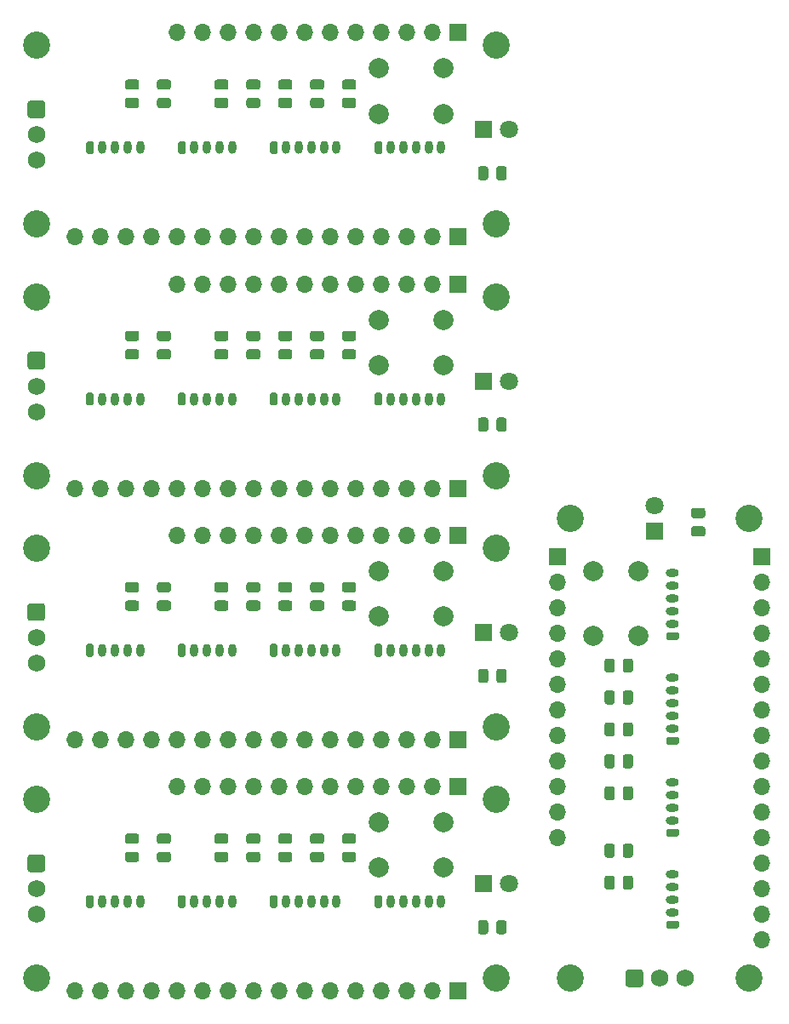
<source format=gts>
%MOIN*%
%OFA0B0*%
%FSLAX46Y46*%
%IPPOS*%
%LPD*%
%ADD10C,0.068503937007874022*%
%ADD11R,0.066929133858267723X0.066929133858267723*%
%ADD12O,0.066929133858267723X0.066929133858267723*%
%ADD13O,0.031496062992125991X0.051181102362204731*%
%ADD14C,0.10629921259842522*%
%ADD15R,0.070866141732283464X0.070866141732283464*%
%ADD16C,0.070866141732283464*%
%ADD17C,0.07874015748031496*%
%ADD28C,0.068503937007874022*%
%ADD29R,0.066929133858267723X0.066929133858267723*%
%ADD30O,0.066929133858267723X0.066929133858267723*%
%ADD31O,0.051181102362204731X0.031496062992125991*%
%ADD32C,0.10629921259842522*%
%ADD33R,0.070866141732283464X0.070866141732283464*%
%ADD34C,0.070866141732283464*%
%ADD35C,0.07874015748031496*%
%ADD36C,0.068503937007874022*%
%ADD37R,0.066929133858267723X0.066929133858267723*%
%ADD38O,0.066929133858267723X0.066929133858267723*%
%ADD39O,0.031496062992125991X0.051181102362204731*%
%ADD40C,0.10629921259842522*%
%ADD41R,0.070866141732283464X0.070866141732283464*%
%ADD42C,0.070866141732283464*%
%ADD43C,0.07874015748031496*%
%ADD44C,0.068503937007874022*%
%ADD45R,0.066929133858267723X0.066929133858267723*%
%ADD46O,0.066929133858267723X0.066929133858267723*%
%ADD47O,0.031496062992125991X0.051181102362204731*%
%ADD48C,0.10629921259842522*%
%ADD49R,0.070866141732283464X0.070866141732283464*%
%ADD50C,0.070866141732283464*%
%ADD51C,0.07874015748031496*%
%ADD52C,0.068503937007874022*%
%ADD53R,0.066929133858267723X0.066929133858267723*%
%ADD54O,0.066929133858267723X0.066929133858267723*%
%ADD55O,0.031496062992125991X0.051181102362204731*%
%ADD56C,0.10629921259842522*%
%ADD57R,0.070866141732283464X0.070866141732283464*%
%ADD58C,0.070866141732283464*%
%ADD59C,0.07874015748031496*%
G01*
D10*
X-0001000000Y0001900000D02*
X0000100000Y0000350000D03*
X0000100000Y0000450000D03*
G36*
G01*
X0000075590Y0000584251D02*
X0000124409Y0000584251D01*
G75*
G02*
X0000134251Y0000574409J-0000009842D01*
G01*
X0000134251Y0000525590D01*
G75*
G02*
X0000124409Y0000515748I-0000009842D01*
G01*
X0000075590Y0000515748D01*
G75*
G02*
X0000065748Y0000525590J0000009842D01*
G01*
X0000065748Y0000574409D01*
G75*
G02*
X0000075590Y0000584251I0000009842D01*
G01*
G37*
D11*
X0001749999Y0000849999D03*
D12*
X0001650000Y0000849999D03*
X0001550000Y0000849999D03*
X0001450000Y0000849999D03*
X0001350000Y0000849999D03*
X0001250000Y0000849999D03*
X0001150000Y0000849999D03*
X0001050000Y0000849999D03*
X0000950000Y0000849999D03*
X0000850000Y0000849999D03*
X0000750000Y0000849999D03*
X0000649999Y0000849999D03*
G36*
G01*
X0000617716Y0000554822D02*
X0000582283Y0000554822D01*
G75*
G02*
X0000572440Y0000564665J0000009842D01*
G01*
X0000572440Y0000585334D01*
G75*
G02*
X0000582283Y0000595177I0000009842D01*
G01*
X0000617716Y0000595177D01*
G75*
G02*
X0000627559Y0000585334J-0000009842D01*
G01*
X0000627559Y0000564665D01*
G75*
G02*
X0000617716Y0000554822I-0000009842D01*
G01*
G37*
G36*
G01*
X0000617716Y0000626673D02*
X0000582283Y0000626673D01*
G75*
G02*
X0000572440Y0000636515J0000009842D01*
G01*
X0000572440Y0000657185D01*
G75*
G02*
X0000582283Y0000667027I0000009842D01*
G01*
X0000617716Y0000667027D01*
G75*
G02*
X0000627559Y0000657185J-0000009842D01*
G01*
X0000627559Y0000636515D01*
G75*
G02*
X0000617716Y0000626673I-0000009842D01*
G01*
G37*
D13*
X0000866850Y0000399999D03*
X0000817637Y0000399999D03*
X0000768425Y0000399999D03*
X0000719212Y0000399999D03*
G36*
G01*
X0000654251Y0000382283D02*
X0000654251Y0000417716D01*
G75*
G02*
X0000662125Y0000425590I0000007874D01*
G01*
X0000677874Y0000425590D01*
G75*
G02*
X0000685748Y0000417716J-0000007874D01*
G01*
X0000685748Y0000382283D01*
G75*
G02*
X0000677874Y0000374409I-0000007874D01*
G01*
X0000662125Y0000374409D01*
G75*
G02*
X0000654251Y0000382283J0000007874D01*
G01*
G37*
D14*
X0001900000Y0000799999D03*
X0001900000Y0000099999D03*
X0000100000Y0000099999D03*
X0000100000Y0000799999D03*
D11*
X0001749999Y0000049999D03*
D12*
X0001650000Y0000049999D03*
X0001550000Y0000049999D03*
X0001450000Y0000049999D03*
X0001350000Y0000049999D03*
X0001250000Y0000049999D03*
X0001150000Y0000049999D03*
X0001050000Y0000049999D03*
X0000950000Y0000049999D03*
X0000850000Y0000049999D03*
X0000750000Y0000049999D03*
X0000649999Y0000049999D03*
X0000549999Y0000049999D03*
X0000450000Y0000049999D03*
X0000350000Y0000049999D03*
X0000250000Y0000049999D03*
D15*
X0001850000Y0000469999D03*
D16*
X0001950000Y0000469999D03*
G36*
G01*
X0000492716Y0000626673D02*
X0000457283Y0000626673D01*
G75*
G02*
X0000447440Y0000636515J0000009842D01*
G01*
X0000447440Y0000657185D01*
G75*
G02*
X0000457283Y0000667027I0000009842D01*
G01*
X0000492716Y0000667027D01*
G75*
G02*
X0000502559Y0000657185J-0000009842D01*
G01*
X0000502559Y0000636515D01*
G75*
G02*
X0000492716Y0000626673I-0000009842D01*
G01*
G37*
G36*
G01*
X0000492716Y0000554822D02*
X0000457283Y0000554822D01*
G75*
G02*
X0000447440Y0000564665J0000009842D01*
G01*
X0000447440Y0000585334D01*
G75*
G02*
X0000457283Y0000595177I0000009842D01*
G01*
X0000492716Y0000595177D01*
G75*
G02*
X0000502559Y0000585334J-0000009842D01*
G01*
X0000502559Y0000564665D01*
G75*
G02*
X0000492716Y0000554822I-0000009842D01*
G01*
G37*
G36*
G01*
X0001942027Y0000317716D02*
X0001942027Y0000282283D01*
G75*
G02*
X0001932185Y0000272440I-0000009842D01*
G01*
X0001911515Y0000272440D01*
G75*
G02*
X0001901673Y0000282283J0000009842D01*
G01*
X0001901673Y0000317716D01*
G75*
G02*
X0001911515Y0000327559I0000009842D01*
G01*
X0001932185Y0000327559D01*
G75*
G02*
X0001942027Y0000317716J-0000009842D01*
G01*
G37*
G36*
G01*
X0001870177Y0000317716D02*
X0001870177Y0000282283D01*
G75*
G02*
X0001860334Y0000272440I-0000009842D01*
G01*
X0001839665Y0000272440D01*
G75*
G02*
X0001829822Y0000282283J0000009842D01*
G01*
X0001829822Y0000317716D01*
G75*
G02*
X0001839665Y0000327559I0000009842D01*
G01*
X0001860334Y0000327559D01*
G75*
G02*
X0001870177Y0000317716J-0000009842D01*
G01*
G37*
G36*
G01*
X0001092716Y0000554822D02*
X0001057283Y0000554822D01*
G75*
G02*
X0001047440Y0000564665J0000009842D01*
G01*
X0001047440Y0000585334D01*
G75*
G02*
X0001057283Y0000595177I0000009842D01*
G01*
X0001092716Y0000595177D01*
G75*
G02*
X0001102559Y0000585334J-0000009842D01*
G01*
X0001102559Y0000564665D01*
G75*
G02*
X0001092716Y0000554822I-0000009842D01*
G01*
G37*
G36*
G01*
X0001092716Y0000626673D02*
X0001057283Y0000626673D01*
G75*
G02*
X0001047440Y0000636515J0000009842D01*
G01*
X0001047440Y0000657185D01*
G75*
G02*
X0001057283Y0000667027I0000009842D01*
G01*
X0001092716Y0000667027D01*
G75*
G02*
X0001102559Y0000657185J-0000009842D01*
G01*
X0001102559Y0000636515D01*
G75*
G02*
X0001092716Y0000626673I-0000009842D01*
G01*
G37*
D17*
X0001440000Y0000532834D03*
X0001440000Y0000710000D03*
X0001695905Y0000532834D03*
X0001695905Y0000710000D03*
G36*
G01*
X0001014251Y0000382283D02*
X0001014251Y0000417716D01*
G75*
G02*
X0001022125Y0000425590I0000007874D01*
G01*
X0001037874Y0000425590D01*
G75*
G02*
X0001045748Y0000417716J-0000007874D01*
G01*
X0001045748Y0000382283D01*
G75*
G02*
X0001037874Y0000374409I-0000007874D01*
G01*
X0001022125Y0000374409D01*
G75*
G02*
X0001014251Y0000382283J0000007874D01*
G01*
G37*
D13*
X0001079212Y0000399999D03*
X0001128425Y0000399999D03*
X0001177637Y0000399999D03*
X0001226850Y0000399999D03*
X0001276062Y0000399999D03*
X0001686062Y0000399999D03*
X0001636850Y0000399999D03*
X0001587637Y0000399999D03*
X0001538425Y0000399999D03*
X0001489212Y0000399999D03*
G36*
G01*
X0001424251Y0000382283D02*
X0001424251Y0000417716D01*
G75*
G02*
X0001432125Y0000425590I0000007874D01*
G01*
X0001447874Y0000425590D01*
G75*
G02*
X0001455748Y0000417716J-0000007874D01*
G01*
X0001455748Y0000382283D01*
G75*
G02*
X0001447874Y0000374409I-0000007874D01*
G01*
X0001432125Y0000374409D01*
G75*
G02*
X0001424251Y0000382283J0000007874D01*
G01*
G37*
G36*
G01*
X0000294251Y0000382283D02*
X0000294251Y0000417716D01*
G75*
G02*
X0000302125Y0000425590I0000007874D01*
G01*
X0000317873Y0000425590D01*
G75*
G02*
X0000325748Y0000417716J-0000007874D01*
G01*
X0000325748Y0000382283D01*
G75*
G02*
X0000317873Y0000374409I-0000007874D01*
G01*
X0000302125Y0000374409D01*
G75*
G02*
X0000294251Y0000382283J0000007874D01*
G01*
G37*
X0000359212Y0000399999D03*
X0000408425Y0000399999D03*
X0000457637Y0000399999D03*
X0000506850Y0000399999D03*
G36*
G01*
X0000967716Y0000554822D02*
X0000932283Y0000554822D01*
G75*
G02*
X0000922440Y0000564665J0000009842D01*
G01*
X0000922440Y0000585334D01*
G75*
G02*
X0000932283Y0000595177I0000009842D01*
G01*
X0000967716Y0000595177D01*
G75*
G02*
X0000977559Y0000585334J-0000009842D01*
G01*
X0000977559Y0000564665D01*
G75*
G02*
X0000967716Y0000554822I-0000009842D01*
G01*
G37*
G36*
G01*
X0000967716Y0000626673D02*
X0000932283Y0000626673D01*
G75*
G02*
X0000922440Y0000636515J0000009842D01*
G01*
X0000922440Y0000657185D01*
G75*
G02*
X0000932283Y0000667027I0000009842D01*
G01*
X0000967716Y0000667027D01*
G75*
G02*
X0000977559Y0000657185J-0000009842D01*
G01*
X0000977559Y0000636515D01*
G75*
G02*
X0000967716Y0000626673I-0000009842D01*
G01*
G37*
G36*
G01*
X0000842716Y0000626673D02*
X0000807283Y0000626673D01*
G75*
G02*
X0000797440Y0000636515J0000009842D01*
G01*
X0000797440Y0000657185D01*
G75*
G02*
X0000807283Y0000667027I0000009842D01*
G01*
X0000842716Y0000667027D01*
G75*
G02*
X0000852559Y0000657185J-0000009842D01*
G01*
X0000852559Y0000636515D01*
G75*
G02*
X0000842716Y0000626673I-0000009842D01*
G01*
G37*
G36*
G01*
X0000842716Y0000554822D02*
X0000807283Y0000554822D01*
G75*
G02*
X0000797440Y0000564665J0000009842D01*
G01*
X0000797440Y0000585334D01*
G75*
G02*
X0000807283Y0000595177I0000009842D01*
G01*
X0000842716Y0000595177D01*
G75*
G02*
X0000852559Y0000585334J-0000009842D01*
G01*
X0000852559Y0000564665D01*
G75*
G02*
X0000842716Y0000554822I-0000009842D01*
G01*
G37*
G36*
G01*
X0001342716Y0000554822D02*
X0001307283Y0000554822D01*
G75*
G02*
X0001297440Y0000564665J0000009842D01*
G01*
X0001297440Y0000585334D01*
G75*
G02*
X0001307283Y0000595177I0000009842D01*
G01*
X0001342716Y0000595177D01*
G75*
G02*
X0001352559Y0000585334J-0000009842D01*
G01*
X0001352559Y0000564665D01*
G75*
G02*
X0001342716Y0000554822I-0000009842D01*
G01*
G37*
G36*
G01*
X0001342716Y0000626673D02*
X0001307283Y0000626673D01*
G75*
G02*
X0001297440Y0000636515J0000009842D01*
G01*
X0001297440Y0000657185D01*
G75*
G02*
X0001307283Y0000667027I0000009842D01*
G01*
X0001342716Y0000667027D01*
G75*
G02*
X0001352559Y0000657185J-0000009842D01*
G01*
X0001352559Y0000636515D01*
G75*
G02*
X0001342716Y0000626673I-0000009842D01*
G01*
G37*
G36*
G01*
X0001217716Y0000626673D02*
X0001182283Y0000626673D01*
G75*
G02*
X0001172440Y0000636515J0000009842D01*
G01*
X0001172440Y0000657185D01*
G75*
G02*
X0001182283Y0000667027I0000009842D01*
G01*
X0001217716Y0000667027D01*
G75*
G02*
X0001227559Y0000657185J-0000009842D01*
G01*
X0001227559Y0000636515D01*
G75*
G02*
X0001217716Y0000626673I-0000009842D01*
G01*
G37*
G36*
G01*
X0001217716Y0000554822D02*
X0001182283Y0000554822D01*
G75*
G02*
X0001172440Y0000564665J0000009842D01*
G01*
X0001172440Y0000585334D01*
G75*
G02*
X0001182283Y0000595177I0000009842D01*
G01*
X0001217716Y0000595177D01*
G75*
G02*
X0001227559Y0000585334J-0000009842D01*
G01*
X0001227559Y0000564665D01*
G75*
G02*
X0001217716Y0000554822I-0000009842D01*
G01*
G37*
G04 next file*
G04 #@! TF.GenerationSoftware,KiCad,Pcbnew,(5.1.10)-1*
G04 #@! TF.CreationDate,2021-09-22T19:22:54-07:00*
G04 #@! TF.ProjectId,HW_IR Featherwing,48575f49-5220-4466-9561-746865727769,rev?*
G04 #@! TF.SameCoordinates,Original*
G04 #@! TF.FileFunction,Soldermask,Top*
G04 #@! TF.FilePolarity,Negative*
G04 Gerber Fmt 4.6, Leading zero omitted, Abs format (unit mm)*
G04 Created by KiCad (PCBNEW (5.1.10)-1) date 2021-09-22 19:22:54*
G01*
G04 APERTURE LIST*
G04 APERTURE END LIST*
D28*
X0001092126Y-0000999999D02*
X0002642126Y0000100000D03*
X0002542126Y0000100000D03*
G36*
G01*
X0002407874Y0000075590D02*
X0002407874Y0000124409D01*
G75*
G02*
X0002417716Y0000134251I0000009842D01*
G01*
X0002466535Y0000134251D01*
G75*
G02*
X0002476377Y0000124409J-0000009842D01*
G01*
X0002476377Y0000075590D01*
G75*
G02*
X0002466535Y0000065748I-0000009842D01*
G01*
X0002417716Y0000065748D01*
G75*
G02*
X0002407874Y0000075590J0000009842D01*
G01*
G37*
D29*
X0002142126Y0001750000D03*
D30*
X0002142126Y0001650000D03*
X0002142126Y0001550000D03*
X0002142126Y0001450000D03*
X0002142126Y0001350000D03*
X0002142126Y0001250000D03*
X0002142126Y0001150000D03*
X0002142126Y0001050000D03*
X0002142126Y0000950000D03*
X0002142126Y0000850000D03*
X0002142126Y0000750000D03*
X0002142126Y0000650000D03*
G36*
G01*
X0002437303Y0000617716D02*
X0002437303Y0000582283D01*
G75*
G02*
X0002427460Y0000572440I-0000009842D01*
G01*
X0002406791Y0000572440D01*
G75*
G02*
X0002396948Y0000582283J0000009842D01*
G01*
X0002396948Y0000617716D01*
G75*
G02*
X0002406791Y0000627559I0000009842D01*
G01*
X0002427460Y0000627559D01*
G75*
G02*
X0002437303Y0000617716J-0000009842D01*
G01*
G37*
G36*
G01*
X0002365452Y0000617716D02*
X0002365452Y0000582283D01*
G75*
G02*
X0002355610Y0000572440I-0000009842D01*
G01*
X0002334940Y0000572440D01*
G75*
G02*
X0002325098Y0000582283J0000009842D01*
G01*
X0002325098Y0000617716D01*
G75*
G02*
X0002334940Y0000627559I0000009842D01*
G01*
X0002355610Y0000627559D01*
G75*
G02*
X0002365452Y0000617716J-0000009842D01*
G01*
G37*
D31*
X0002592126Y0000866850D03*
X0002592126Y0000817637D03*
X0002592126Y0000768425D03*
X0002592126Y0000719212D03*
G36*
G01*
X0002609842Y0000654251D02*
X0002574409Y0000654251D01*
G75*
G02*
X0002566535Y0000662125J0000007874D01*
G01*
X0002566535Y0000677874D01*
G75*
G02*
X0002574409Y0000685748I0000007874D01*
G01*
X0002609842Y0000685748D01*
G75*
G02*
X0002617716Y0000677874J-0000007874D01*
G01*
X0002617716Y0000662125D01*
G75*
G02*
X0002609842Y0000654251I-0000007874D01*
G01*
G37*
D32*
X0002192126Y0001900000D03*
X0002892126Y0001900000D03*
X0002892126Y0000100000D03*
X0002192126Y0000100000D03*
D29*
X0002942126Y0001750000D03*
D30*
X0002942126Y0001650000D03*
X0002942126Y0001550000D03*
X0002942126Y0001450000D03*
X0002942126Y0001350000D03*
X0002942126Y0001250000D03*
X0002942126Y0001150000D03*
X0002942126Y0001050000D03*
X0002942126Y0000950000D03*
X0002942126Y0000850000D03*
X0002942126Y0000750000D03*
X0002942126Y0000650000D03*
X0002942126Y0000550000D03*
X0002942126Y0000450000D03*
X0002942126Y0000350000D03*
X0002942126Y0000250000D03*
D33*
X0002522126Y0001850000D03*
D34*
X0002522126Y0001950000D03*
G36*
G01*
X0002365452Y0000492716D02*
X0002365452Y0000457283D01*
G75*
G02*
X0002355610Y0000447440I-0000009842D01*
G01*
X0002334940Y0000447440D01*
G75*
G02*
X0002325098Y0000457283J0000009842D01*
G01*
X0002325098Y0000492716D01*
G75*
G02*
X0002334940Y0000502559I0000009842D01*
G01*
X0002355610Y0000502559D01*
G75*
G02*
X0002365452Y0000492716J-0000009842D01*
G01*
G37*
G36*
G01*
X0002437303Y0000492716D02*
X0002437303Y0000457283D01*
G75*
G02*
X0002427460Y0000447440I-0000009842D01*
G01*
X0002406791Y0000447440D01*
G75*
G02*
X0002396948Y0000457283J0000009842D01*
G01*
X0002396948Y0000492716D01*
G75*
G02*
X0002406791Y0000502559I0000009842D01*
G01*
X0002427460Y0000502559D01*
G75*
G02*
X0002437303Y0000492716J-0000009842D01*
G01*
G37*
G36*
G01*
X0002674409Y0001942027D02*
X0002709842Y0001942027D01*
G75*
G02*
X0002719685Y0001932185J-0000009842D01*
G01*
X0002719685Y0001911515D01*
G75*
G02*
X0002709842Y0001901673I-0000009842D01*
G01*
X0002674409Y0001901673D01*
G75*
G02*
X0002664566Y0001911515J0000009842D01*
G01*
X0002664566Y0001932185D01*
G75*
G02*
X0002674409Y0001942027I0000009842D01*
G01*
G37*
G36*
G01*
X0002674409Y0001870177D02*
X0002709842Y0001870177D01*
G75*
G02*
X0002719685Y0001860334J-0000009842D01*
G01*
X0002719685Y0001839665D01*
G75*
G02*
X0002709842Y0001829822I-0000009842D01*
G01*
X0002674409Y0001829822D01*
G75*
G02*
X0002664566Y0001839665J0000009842D01*
G01*
X0002664566Y0001860334D01*
G75*
G02*
X0002674409Y0001870177I0000009842D01*
G01*
G37*
G36*
G01*
X0002437303Y0001092716D02*
X0002437303Y0001057283D01*
G75*
G02*
X0002427460Y0001047440I-0000009842D01*
G01*
X0002406791Y0001047440D01*
G75*
G02*
X0002396948Y0001057283J0000009842D01*
G01*
X0002396948Y0001092716D01*
G75*
G02*
X0002406791Y0001102559I0000009842D01*
G01*
X0002427460Y0001102559D01*
G75*
G02*
X0002437303Y0001092716J-0000009842D01*
G01*
G37*
G36*
G01*
X0002365452Y0001092716D02*
X0002365452Y0001057283D01*
G75*
G02*
X0002355610Y0001047440I-0000009842D01*
G01*
X0002334940Y0001047440D01*
G75*
G02*
X0002325098Y0001057283J0000009842D01*
G01*
X0002325098Y0001092716D01*
G75*
G02*
X0002334940Y0001102559I0000009842D01*
G01*
X0002355610Y0001102559D01*
G75*
G02*
X0002365452Y0001092716J-0000009842D01*
G01*
G37*
D35*
X0002459291Y0001440000D03*
X0002282126Y0001440000D03*
X0002459291Y0001695905D03*
X0002282126Y0001695905D03*
G36*
G01*
X0002609842Y0001014251D02*
X0002574409Y0001014251D01*
G75*
G02*
X0002566535Y0001022125J0000007874D01*
G01*
X0002566535Y0001037874D01*
G75*
G02*
X0002574409Y0001045748I0000007874D01*
G01*
X0002609842Y0001045748D01*
G75*
G02*
X0002617716Y0001037874J-0000007874D01*
G01*
X0002617716Y0001022125D01*
G75*
G02*
X0002609842Y0001014251I-0000007874D01*
G01*
G37*
D31*
X0002592126Y0001079212D03*
X0002592126Y0001128425D03*
X0002592126Y0001177637D03*
X0002592126Y0001226850D03*
X0002592126Y0001276062D03*
X0002592126Y0001686062D03*
X0002592126Y0001636850D03*
X0002592126Y0001587637D03*
X0002592126Y0001538425D03*
X0002592126Y0001489212D03*
G36*
G01*
X0002609842Y0001424251D02*
X0002574409Y0001424251D01*
G75*
G02*
X0002566535Y0001432125J0000007874D01*
G01*
X0002566535Y0001447874D01*
G75*
G02*
X0002574409Y0001455748I0000007874D01*
G01*
X0002609842Y0001455748D01*
G75*
G02*
X0002617716Y0001447874J-0000007874D01*
G01*
X0002617716Y0001432125D01*
G75*
G02*
X0002609842Y0001424251I-0000007874D01*
G01*
G37*
G36*
G01*
X0002609842Y0000294251D02*
X0002574409Y0000294251D01*
G75*
G02*
X0002566535Y0000302125J0000007874D01*
G01*
X0002566535Y0000317874D01*
G75*
G02*
X0002574409Y0000325748I0000007874D01*
G01*
X0002609842Y0000325748D01*
G75*
G02*
X0002617716Y0000317874J-0000007874D01*
G01*
X0002617716Y0000302125D01*
G75*
G02*
X0002609842Y0000294251I-0000007874D01*
G01*
G37*
X0002592126Y0000359212D03*
X0002592126Y0000408425D03*
X0002592126Y0000457637D03*
X0002592126Y0000506850D03*
G36*
G01*
X0002437303Y0000967716D02*
X0002437303Y0000932283D01*
G75*
G02*
X0002427460Y0000922440I-0000009842D01*
G01*
X0002406791Y0000922440D01*
G75*
G02*
X0002396948Y0000932283J0000009842D01*
G01*
X0002396948Y0000967716D01*
G75*
G02*
X0002406791Y0000977559I0000009842D01*
G01*
X0002427460Y0000977559D01*
G75*
G02*
X0002437303Y0000967716J-0000009842D01*
G01*
G37*
G36*
G01*
X0002365452Y0000967716D02*
X0002365452Y0000932283D01*
G75*
G02*
X0002355610Y0000922440I-0000009842D01*
G01*
X0002334940Y0000922440D01*
G75*
G02*
X0002325098Y0000932283J0000009842D01*
G01*
X0002325098Y0000967716D01*
G75*
G02*
X0002334940Y0000977559I0000009842D01*
G01*
X0002355610Y0000977559D01*
G75*
G02*
X0002365452Y0000967716J-0000009842D01*
G01*
G37*
G36*
G01*
X0002365452Y0000842716D02*
X0002365452Y0000807283D01*
G75*
G02*
X0002355610Y0000797440I-0000009842D01*
G01*
X0002334940Y0000797440D01*
G75*
G02*
X0002325098Y0000807283J0000009842D01*
G01*
X0002325098Y0000842716D01*
G75*
G02*
X0002334940Y0000852559I0000009842D01*
G01*
X0002355610Y0000852559D01*
G75*
G02*
X0002365452Y0000842716J-0000009842D01*
G01*
G37*
G36*
G01*
X0002437303Y0000842716D02*
X0002437303Y0000807283D01*
G75*
G02*
X0002427460Y0000797440I-0000009842D01*
G01*
X0002406791Y0000797440D01*
G75*
G02*
X0002396948Y0000807283J0000009842D01*
G01*
X0002396948Y0000842716D01*
G75*
G02*
X0002406791Y0000852559I0000009842D01*
G01*
X0002427460Y0000852559D01*
G75*
G02*
X0002437303Y0000842716J-0000009842D01*
G01*
G37*
G36*
G01*
X0002437303Y0001342716D02*
X0002437303Y0001307283D01*
G75*
G02*
X0002427460Y0001297440I-0000009842D01*
G01*
X0002406791Y0001297440D01*
G75*
G02*
X0002396948Y0001307283J0000009842D01*
G01*
X0002396948Y0001342716D01*
G75*
G02*
X0002406791Y0001352559I0000009842D01*
G01*
X0002427460Y0001352559D01*
G75*
G02*
X0002437303Y0001342716J-0000009842D01*
G01*
G37*
G36*
G01*
X0002365452Y0001342716D02*
X0002365452Y0001307283D01*
G75*
G02*
X0002355610Y0001297440I-0000009842D01*
G01*
X0002334940Y0001297440D01*
G75*
G02*
X0002325098Y0001307283J0000009842D01*
G01*
X0002325098Y0001342716D01*
G75*
G02*
X0002334940Y0001352559I0000009842D01*
G01*
X0002355610Y0001352559D01*
G75*
G02*
X0002365452Y0001342716J-0000009842D01*
G01*
G37*
G36*
G01*
X0002365452Y0001217716D02*
X0002365452Y0001182283D01*
G75*
G02*
X0002355610Y0001172440I-0000009842D01*
G01*
X0002334940Y0001172440D01*
G75*
G02*
X0002325098Y0001182283J0000009842D01*
G01*
X0002325098Y0001217716D01*
G75*
G02*
X0002334940Y0001227559I0000009842D01*
G01*
X0002355610Y0001227559D01*
G75*
G02*
X0002365452Y0001217716J-0000009842D01*
G01*
G37*
G36*
G01*
X0002437303Y0001217716D02*
X0002437303Y0001182283D01*
G75*
G02*
X0002427460Y0001172440I-0000009842D01*
G01*
X0002406791Y0001172440D01*
G75*
G02*
X0002396948Y0001182283J0000009842D01*
G01*
X0002396948Y0001217716D01*
G75*
G02*
X0002406791Y0001227559I0000009842D01*
G01*
X0002427460Y0001227559D01*
G75*
G02*
X0002437303Y0001217716J-0000009842D01*
G01*
G37*
G04 next file*
G04 #@! TF.GenerationSoftware,KiCad,Pcbnew,(5.1.10)-1*
G04 #@! TF.CreationDate,2021-09-22T19:22:54-07:00*
G04 #@! TF.ProjectId,HW_IR Featherwing,48575f49-5220-4466-9561-746865727769,rev?*
G04 #@! TF.SameCoordinates,Original*
G04 #@! TF.FileFunction,Soldermask,Top*
G04 #@! TF.FilePolarity,Negative*
G04 Gerber Fmt 4.6, Leading zero omitted, Abs format (unit mm)*
G04 Created by KiCad (PCBNEW (5.1.10)-1) date 2021-09-22 19:22:54*
G01*
G04 APERTURE LIST*
G04 APERTURE END LIST*
D36*
X-0001000000Y0002884251D02*
X0000100000Y0001334251D03*
X0000100000Y0001434251D03*
G36*
G01*
X0000075590Y0001568503D02*
X0000124409Y0001568503D01*
G75*
G02*
X0000134251Y0001558661J-0000009842D01*
G01*
X0000134251Y0001509842D01*
G75*
G02*
X0000124409Y0001499999I-0000009842D01*
G01*
X0000075590Y0001499999D01*
G75*
G02*
X0000065748Y0001509842J0000009842D01*
G01*
X0000065748Y0001558661D01*
G75*
G02*
X0000075590Y0001568503I0000009842D01*
G01*
G37*
D37*
X0001749999Y0001834251D03*
D38*
X0001650000Y0001834251D03*
X0001550000Y0001834251D03*
X0001450000Y0001834251D03*
X0001350000Y0001834251D03*
X0001250000Y0001834251D03*
X0001150000Y0001834251D03*
X0001050000Y0001834251D03*
X0000950000Y0001834251D03*
X0000850000Y0001834251D03*
X0000750000Y0001834251D03*
X0000649999Y0001834251D03*
G36*
G01*
X0000617716Y0001539074D02*
X0000582283Y0001539074D01*
G75*
G02*
X0000572440Y0001548917J0000009842D01*
G01*
X0000572440Y0001569586D01*
G75*
G02*
X0000582283Y0001579429I0000009842D01*
G01*
X0000617716Y0001579429D01*
G75*
G02*
X0000627559Y0001569586J-0000009842D01*
G01*
X0000627559Y0001548917D01*
G75*
G02*
X0000617716Y0001539074I-0000009842D01*
G01*
G37*
G36*
G01*
X0000617716Y0001610925D02*
X0000582283Y0001610925D01*
G75*
G02*
X0000572440Y0001620767J0000009842D01*
G01*
X0000572440Y0001641437D01*
G75*
G02*
X0000582283Y0001651279I0000009842D01*
G01*
X0000617716Y0001651279D01*
G75*
G02*
X0000627559Y0001641437J-0000009842D01*
G01*
X0000627559Y0001620767D01*
G75*
G02*
X0000617716Y0001610925I-0000009842D01*
G01*
G37*
D39*
X0000866850Y0001384251D03*
X0000817637Y0001384251D03*
X0000768425Y0001384251D03*
X0000719212Y0001384251D03*
G36*
G01*
X0000654251Y0001366535D02*
X0000654251Y0001401968D01*
G75*
G02*
X0000662125Y0001409842I0000007874D01*
G01*
X0000677874Y0001409842D01*
G75*
G02*
X0000685748Y0001401968J-0000007874D01*
G01*
X0000685748Y0001366535D01*
G75*
G02*
X0000677874Y0001358661I-0000007874D01*
G01*
X0000662125Y0001358661D01*
G75*
G02*
X0000654251Y0001366535J0000007874D01*
G01*
G37*
D40*
X0001900000Y0001784251D03*
X0001900000Y0001084251D03*
X0000100000Y0001084251D03*
X0000100000Y0001784251D03*
D37*
X0001749999Y0001034251D03*
D38*
X0001650000Y0001034251D03*
X0001550000Y0001034251D03*
X0001450000Y0001034251D03*
X0001350000Y0001034251D03*
X0001250000Y0001034251D03*
X0001150000Y0001034251D03*
X0001050000Y0001034251D03*
X0000950000Y0001034251D03*
X0000850000Y0001034251D03*
X0000750000Y0001034251D03*
X0000649999Y0001034251D03*
X0000549999Y0001034251D03*
X0000450000Y0001034251D03*
X0000350000Y0001034251D03*
X0000250000Y0001034251D03*
D41*
X0001850000Y0001454251D03*
D42*
X0001950000Y0001454251D03*
G36*
G01*
X0000492716Y0001610925D02*
X0000457283Y0001610925D01*
G75*
G02*
X0000447440Y0001620767J0000009842D01*
G01*
X0000447440Y0001641437D01*
G75*
G02*
X0000457283Y0001651279I0000009842D01*
G01*
X0000492716Y0001651279D01*
G75*
G02*
X0000502559Y0001641437J-0000009842D01*
G01*
X0000502559Y0001620767D01*
G75*
G02*
X0000492716Y0001610925I-0000009842D01*
G01*
G37*
G36*
G01*
X0000492716Y0001539074D02*
X0000457283Y0001539074D01*
G75*
G02*
X0000447440Y0001548917J0000009842D01*
G01*
X0000447440Y0001569586D01*
G75*
G02*
X0000457283Y0001579429I0000009842D01*
G01*
X0000492716Y0001579429D01*
G75*
G02*
X0000502559Y0001569586J-0000009842D01*
G01*
X0000502559Y0001548917D01*
G75*
G02*
X0000492716Y0001539074I-0000009842D01*
G01*
G37*
G36*
G01*
X0001942027Y0001301968D02*
X0001942027Y0001266535D01*
G75*
G02*
X0001932185Y0001256692I-0000009842D01*
G01*
X0001911515Y0001256692D01*
G75*
G02*
X0001901673Y0001266535J0000009842D01*
G01*
X0001901673Y0001301968D01*
G75*
G02*
X0001911515Y0001311810I0000009842D01*
G01*
X0001932185Y0001311810D01*
G75*
G02*
X0001942027Y0001301968J-0000009842D01*
G01*
G37*
G36*
G01*
X0001870177Y0001301968D02*
X0001870177Y0001266535D01*
G75*
G02*
X0001860334Y0001256692I-0000009842D01*
G01*
X0001839665Y0001256692D01*
G75*
G02*
X0001829822Y0001266535J0000009842D01*
G01*
X0001829822Y0001301968D01*
G75*
G02*
X0001839665Y0001311810I0000009842D01*
G01*
X0001860334Y0001311810D01*
G75*
G02*
X0001870177Y0001301968J-0000009842D01*
G01*
G37*
G36*
G01*
X0001092716Y0001539074D02*
X0001057283Y0001539074D01*
G75*
G02*
X0001047440Y0001548917J0000009842D01*
G01*
X0001047440Y0001569586D01*
G75*
G02*
X0001057283Y0001579429I0000009842D01*
G01*
X0001092716Y0001579429D01*
G75*
G02*
X0001102559Y0001569586J-0000009842D01*
G01*
X0001102559Y0001548917D01*
G75*
G02*
X0001092716Y0001539074I-0000009842D01*
G01*
G37*
G36*
G01*
X0001092716Y0001610925D02*
X0001057283Y0001610925D01*
G75*
G02*
X0001047440Y0001620767J0000009842D01*
G01*
X0001047440Y0001641437D01*
G75*
G02*
X0001057283Y0001651279I0000009842D01*
G01*
X0001092716Y0001651279D01*
G75*
G02*
X0001102559Y0001641437J-0000009842D01*
G01*
X0001102559Y0001620767D01*
G75*
G02*
X0001092716Y0001610925I-0000009842D01*
G01*
G37*
D43*
X0001440000Y0001517086D03*
X0001440000Y0001694251D03*
X0001695905Y0001517086D03*
X0001695905Y0001694251D03*
G36*
G01*
X0001014251Y0001366535D02*
X0001014251Y0001401968D01*
G75*
G02*
X0001022125Y0001409842I0000007874D01*
G01*
X0001037874Y0001409842D01*
G75*
G02*
X0001045748Y0001401968J-0000007874D01*
G01*
X0001045748Y0001366535D01*
G75*
G02*
X0001037874Y0001358661I-0000007874D01*
G01*
X0001022125Y0001358661D01*
G75*
G02*
X0001014251Y0001366535J0000007874D01*
G01*
G37*
D39*
X0001079212Y0001384251D03*
X0001128425Y0001384251D03*
X0001177637Y0001384251D03*
X0001226850Y0001384251D03*
X0001276062Y0001384251D03*
X0001686062Y0001384251D03*
X0001636850Y0001384251D03*
X0001587637Y0001384251D03*
X0001538425Y0001384251D03*
X0001489212Y0001384251D03*
G36*
G01*
X0001424251Y0001366535D02*
X0001424251Y0001401968D01*
G75*
G02*
X0001432125Y0001409842I0000007874D01*
G01*
X0001447874Y0001409842D01*
G75*
G02*
X0001455748Y0001401968J-0000007874D01*
G01*
X0001455748Y0001366535D01*
G75*
G02*
X0001447874Y0001358661I-0000007874D01*
G01*
X0001432125Y0001358661D01*
G75*
G02*
X0001424251Y0001366535J0000007874D01*
G01*
G37*
G36*
G01*
X0000294251Y0001366535D02*
X0000294251Y0001401968D01*
G75*
G02*
X0000302125Y0001409842I0000007874D01*
G01*
X0000317873Y0001409842D01*
G75*
G02*
X0000325748Y0001401968J-0000007874D01*
G01*
X0000325748Y0001366535D01*
G75*
G02*
X0000317873Y0001358661I-0000007874D01*
G01*
X0000302125Y0001358661D01*
G75*
G02*
X0000294251Y0001366535J0000007874D01*
G01*
G37*
X0000359212Y0001384251D03*
X0000408425Y0001384251D03*
X0000457637Y0001384251D03*
X0000506850Y0001384251D03*
G36*
G01*
X0000967716Y0001539074D02*
X0000932283Y0001539074D01*
G75*
G02*
X0000922440Y0001548917J0000009842D01*
G01*
X0000922440Y0001569586D01*
G75*
G02*
X0000932283Y0001579429I0000009842D01*
G01*
X0000967716Y0001579429D01*
G75*
G02*
X0000977559Y0001569586J-0000009842D01*
G01*
X0000977559Y0001548917D01*
G75*
G02*
X0000967716Y0001539074I-0000009842D01*
G01*
G37*
G36*
G01*
X0000967716Y0001610925D02*
X0000932283Y0001610925D01*
G75*
G02*
X0000922440Y0001620767J0000009842D01*
G01*
X0000922440Y0001641437D01*
G75*
G02*
X0000932283Y0001651279I0000009842D01*
G01*
X0000967716Y0001651279D01*
G75*
G02*
X0000977559Y0001641437J-0000009842D01*
G01*
X0000977559Y0001620767D01*
G75*
G02*
X0000967716Y0001610925I-0000009842D01*
G01*
G37*
G36*
G01*
X0000842716Y0001610925D02*
X0000807283Y0001610925D01*
G75*
G02*
X0000797440Y0001620767J0000009842D01*
G01*
X0000797440Y0001641437D01*
G75*
G02*
X0000807283Y0001651279I0000009842D01*
G01*
X0000842716Y0001651279D01*
G75*
G02*
X0000852559Y0001641437J-0000009842D01*
G01*
X0000852559Y0001620767D01*
G75*
G02*
X0000842716Y0001610925I-0000009842D01*
G01*
G37*
G36*
G01*
X0000842716Y0001539074D02*
X0000807283Y0001539074D01*
G75*
G02*
X0000797440Y0001548917J0000009842D01*
G01*
X0000797440Y0001569586D01*
G75*
G02*
X0000807283Y0001579429I0000009842D01*
G01*
X0000842716Y0001579429D01*
G75*
G02*
X0000852559Y0001569586J-0000009842D01*
G01*
X0000852559Y0001548917D01*
G75*
G02*
X0000842716Y0001539074I-0000009842D01*
G01*
G37*
G36*
G01*
X0001342716Y0001539074D02*
X0001307283Y0001539074D01*
G75*
G02*
X0001297440Y0001548917J0000009842D01*
G01*
X0001297440Y0001569586D01*
G75*
G02*
X0001307283Y0001579429I0000009842D01*
G01*
X0001342716Y0001579429D01*
G75*
G02*
X0001352559Y0001569586J-0000009842D01*
G01*
X0001352559Y0001548917D01*
G75*
G02*
X0001342716Y0001539074I-0000009842D01*
G01*
G37*
G36*
G01*
X0001342716Y0001610925D02*
X0001307283Y0001610925D01*
G75*
G02*
X0001297440Y0001620767J0000009842D01*
G01*
X0001297440Y0001641437D01*
G75*
G02*
X0001307283Y0001651279I0000009842D01*
G01*
X0001342716Y0001651279D01*
G75*
G02*
X0001352559Y0001641437J-0000009842D01*
G01*
X0001352559Y0001620767D01*
G75*
G02*
X0001342716Y0001610925I-0000009842D01*
G01*
G37*
G36*
G01*
X0001217716Y0001610925D02*
X0001182283Y0001610925D01*
G75*
G02*
X0001172440Y0001620767J0000009842D01*
G01*
X0001172440Y0001641437D01*
G75*
G02*
X0001182283Y0001651279I0000009842D01*
G01*
X0001217716Y0001651279D01*
G75*
G02*
X0001227559Y0001641437J-0000009842D01*
G01*
X0001227559Y0001620767D01*
G75*
G02*
X0001217716Y0001610925I-0000009842D01*
G01*
G37*
G36*
G01*
X0001217716Y0001539074D02*
X0001182283Y0001539074D01*
G75*
G02*
X0001172440Y0001548917J0000009842D01*
G01*
X0001172440Y0001569586D01*
G75*
G02*
X0001182283Y0001579429I0000009842D01*
G01*
X0001217716Y0001579429D01*
G75*
G02*
X0001227559Y0001569586J-0000009842D01*
G01*
X0001227559Y0001548917D01*
G75*
G02*
X0001217716Y0001539074I-0000009842D01*
G01*
G37*
G04 next file*
G04 #@! TF.GenerationSoftware,KiCad,Pcbnew,(5.1.10)-1*
G04 #@! TF.CreationDate,2021-09-22T19:22:54-07:00*
G04 #@! TF.ProjectId,HW_IR Featherwing,48575f49-5220-4466-9561-746865727769,rev?*
G04 #@! TF.SameCoordinates,Original*
G04 #@! TF.FileFunction,Soldermask,Top*
G04 #@! TF.FilePolarity,Negative*
G04 Gerber Fmt 4.6, Leading zero omitted, Abs format (unit mm)*
G04 Created by KiCad (PCBNEW (5.1.10)-1) date 2021-09-22 19:22:54*
G01*
G04 APERTURE LIST*
G04 APERTURE END LIST*
D44*
X-0001000000Y0003868503D02*
X0000100000Y0002318503D03*
X0000100000Y0002418503D03*
G36*
G01*
X0000075590Y0002552755D02*
X0000124409Y0002552755D01*
G75*
G02*
X0000134251Y0002542913J-0000009842D01*
G01*
X0000134251Y0002494094D01*
G75*
G02*
X0000124409Y0002484251I-0000009842D01*
G01*
X0000075590Y0002484251D01*
G75*
G02*
X0000065748Y0002494094J0000009842D01*
G01*
X0000065748Y0002542913D01*
G75*
G02*
X0000075590Y0002552755I0000009842D01*
G01*
G37*
D45*
X0001749999Y0002818503D03*
D46*
X0001650000Y0002818503D03*
X0001550000Y0002818503D03*
X0001450000Y0002818503D03*
X0001350000Y0002818503D03*
X0001250000Y0002818503D03*
X0001150000Y0002818503D03*
X0001050000Y0002818503D03*
X0000950000Y0002818503D03*
X0000850000Y0002818503D03*
X0000750000Y0002818503D03*
X0000649999Y0002818503D03*
G36*
G01*
X0000617716Y0002523326D02*
X0000582283Y0002523326D01*
G75*
G02*
X0000572440Y0002533169J0000009842D01*
G01*
X0000572440Y0002553838D01*
G75*
G02*
X0000582283Y0002563681I0000009842D01*
G01*
X0000617716Y0002563681D01*
G75*
G02*
X0000627559Y0002553838J-0000009842D01*
G01*
X0000627559Y0002533169D01*
G75*
G02*
X0000617716Y0002523326I-0000009842D01*
G01*
G37*
G36*
G01*
X0000617716Y0002595177D02*
X0000582283Y0002595177D01*
G75*
G02*
X0000572440Y0002605019J0000009842D01*
G01*
X0000572440Y0002625689D01*
G75*
G02*
X0000582283Y0002635531I0000009842D01*
G01*
X0000617716Y0002635531D01*
G75*
G02*
X0000627559Y0002625689J-0000009842D01*
G01*
X0000627559Y0002605019D01*
G75*
G02*
X0000617716Y0002595177I-0000009842D01*
G01*
G37*
D47*
X0000866850Y0002368503D03*
X0000817637Y0002368503D03*
X0000768425Y0002368503D03*
X0000719212Y0002368503D03*
G36*
G01*
X0000654251Y0002350787D02*
X0000654251Y0002386220D01*
G75*
G02*
X0000662125Y0002394094I0000007874D01*
G01*
X0000677874Y0002394094D01*
G75*
G02*
X0000685748Y0002386220J-0000007874D01*
G01*
X0000685748Y0002350787D01*
G75*
G02*
X0000677874Y0002342913I-0000007874D01*
G01*
X0000662125Y0002342913D01*
G75*
G02*
X0000654251Y0002350787J0000007874D01*
G01*
G37*
D48*
X0001900000Y0002768503D03*
X0001900000Y0002068503D03*
X0000100000Y0002068503D03*
X0000100000Y0002768503D03*
D45*
X0001749999Y0002018503D03*
D46*
X0001650000Y0002018503D03*
X0001550000Y0002018503D03*
X0001450000Y0002018503D03*
X0001350000Y0002018503D03*
X0001250000Y0002018503D03*
X0001150000Y0002018503D03*
X0001050000Y0002018503D03*
X0000950000Y0002018503D03*
X0000850000Y0002018503D03*
X0000750000Y0002018503D03*
X0000649999Y0002018503D03*
X0000549999Y0002018503D03*
X0000450000Y0002018503D03*
X0000350000Y0002018503D03*
X0000250000Y0002018503D03*
D49*
X0001850000Y0002438503D03*
D50*
X0001950000Y0002438503D03*
G36*
G01*
X0000492716Y0002595177D02*
X0000457283Y0002595177D01*
G75*
G02*
X0000447440Y0002605019J0000009842D01*
G01*
X0000447440Y0002625689D01*
G75*
G02*
X0000457283Y0002635531I0000009842D01*
G01*
X0000492716Y0002635531D01*
G75*
G02*
X0000502559Y0002625689J-0000009842D01*
G01*
X0000502559Y0002605019D01*
G75*
G02*
X0000492716Y0002595177I-0000009842D01*
G01*
G37*
G36*
G01*
X0000492716Y0002523326D02*
X0000457283Y0002523326D01*
G75*
G02*
X0000447440Y0002533169J0000009842D01*
G01*
X0000447440Y0002553838D01*
G75*
G02*
X0000457283Y0002563681I0000009842D01*
G01*
X0000492716Y0002563681D01*
G75*
G02*
X0000502559Y0002553838J-0000009842D01*
G01*
X0000502559Y0002533169D01*
G75*
G02*
X0000492716Y0002523326I-0000009842D01*
G01*
G37*
G36*
G01*
X0001942027Y0002286220D02*
X0001942027Y0002250787D01*
G75*
G02*
X0001932185Y0002240944I-0000009842D01*
G01*
X0001911515Y0002240944D01*
G75*
G02*
X0001901673Y0002250787J0000009842D01*
G01*
X0001901673Y0002286220D01*
G75*
G02*
X0001911515Y0002296062I0000009842D01*
G01*
X0001932185Y0002296062D01*
G75*
G02*
X0001942027Y0002286220J-0000009842D01*
G01*
G37*
G36*
G01*
X0001870177Y0002286220D02*
X0001870177Y0002250787D01*
G75*
G02*
X0001860334Y0002240944I-0000009842D01*
G01*
X0001839665Y0002240944D01*
G75*
G02*
X0001829822Y0002250787J0000009842D01*
G01*
X0001829822Y0002286220D01*
G75*
G02*
X0001839665Y0002296062I0000009842D01*
G01*
X0001860334Y0002296062D01*
G75*
G02*
X0001870177Y0002286220J-0000009842D01*
G01*
G37*
G36*
G01*
X0001092716Y0002523326D02*
X0001057283Y0002523326D01*
G75*
G02*
X0001047440Y0002533169J0000009842D01*
G01*
X0001047440Y0002553838D01*
G75*
G02*
X0001057283Y0002563681I0000009842D01*
G01*
X0001092716Y0002563681D01*
G75*
G02*
X0001102559Y0002553838J-0000009842D01*
G01*
X0001102559Y0002533169D01*
G75*
G02*
X0001092716Y0002523326I-0000009842D01*
G01*
G37*
G36*
G01*
X0001092716Y0002595177D02*
X0001057283Y0002595177D01*
G75*
G02*
X0001047440Y0002605019J0000009842D01*
G01*
X0001047440Y0002625689D01*
G75*
G02*
X0001057283Y0002635531I0000009842D01*
G01*
X0001092716Y0002635531D01*
G75*
G02*
X0001102559Y0002625689J-0000009842D01*
G01*
X0001102559Y0002605019D01*
G75*
G02*
X0001092716Y0002595177I-0000009842D01*
G01*
G37*
D51*
X0001440000Y0002501338D03*
X0001440000Y0002678503D03*
X0001695905Y0002501338D03*
X0001695905Y0002678503D03*
G36*
G01*
X0001014251Y0002350787D02*
X0001014251Y0002386220D01*
G75*
G02*
X0001022125Y0002394094I0000007874D01*
G01*
X0001037874Y0002394094D01*
G75*
G02*
X0001045748Y0002386220J-0000007874D01*
G01*
X0001045748Y0002350787D01*
G75*
G02*
X0001037874Y0002342913I-0000007874D01*
G01*
X0001022125Y0002342913D01*
G75*
G02*
X0001014251Y0002350787J0000007874D01*
G01*
G37*
D47*
X0001079212Y0002368503D03*
X0001128425Y0002368503D03*
X0001177637Y0002368503D03*
X0001226850Y0002368503D03*
X0001276062Y0002368503D03*
X0001686062Y0002368503D03*
X0001636850Y0002368503D03*
X0001587637Y0002368503D03*
X0001538425Y0002368503D03*
X0001489212Y0002368503D03*
G36*
G01*
X0001424251Y0002350787D02*
X0001424251Y0002386220D01*
G75*
G02*
X0001432125Y0002394094I0000007874D01*
G01*
X0001447874Y0002394094D01*
G75*
G02*
X0001455748Y0002386220J-0000007874D01*
G01*
X0001455748Y0002350787D01*
G75*
G02*
X0001447874Y0002342913I-0000007874D01*
G01*
X0001432125Y0002342913D01*
G75*
G02*
X0001424251Y0002350787J0000007874D01*
G01*
G37*
G36*
G01*
X0000294251Y0002350787D02*
X0000294251Y0002386220D01*
G75*
G02*
X0000302125Y0002394094I0000007874D01*
G01*
X0000317873Y0002394094D01*
G75*
G02*
X0000325748Y0002386220J-0000007874D01*
G01*
X0000325748Y0002350787D01*
G75*
G02*
X0000317873Y0002342913I-0000007874D01*
G01*
X0000302125Y0002342913D01*
G75*
G02*
X0000294251Y0002350787J0000007874D01*
G01*
G37*
X0000359212Y0002368503D03*
X0000408425Y0002368503D03*
X0000457637Y0002368503D03*
X0000506850Y0002368503D03*
G36*
G01*
X0000967716Y0002523326D02*
X0000932283Y0002523326D01*
G75*
G02*
X0000922440Y0002533169J0000009842D01*
G01*
X0000922440Y0002553838D01*
G75*
G02*
X0000932283Y0002563681I0000009842D01*
G01*
X0000967716Y0002563681D01*
G75*
G02*
X0000977559Y0002553838J-0000009842D01*
G01*
X0000977559Y0002533169D01*
G75*
G02*
X0000967716Y0002523326I-0000009842D01*
G01*
G37*
G36*
G01*
X0000967716Y0002595177D02*
X0000932283Y0002595177D01*
G75*
G02*
X0000922440Y0002605019J0000009842D01*
G01*
X0000922440Y0002625689D01*
G75*
G02*
X0000932283Y0002635531I0000009842D01*
G01*
X0000967716Y0002635531D01*
G75*
G02*
X0000977559Y0002625689J-0000009842D01*
G01*
X0000977559Y0002605019D01*
G75*
G02*
X0000967716Y0002595177I-0000009842D01*
G01*
G37*
G36*
G01*
X0000842716Y0002595177D02*
X0000807283Y0002595177D01*
G75*
G02*
X0000797440Y0002605019J0000009842D01*
G01*
X0000797440Y0002625689D01*
G75*
G02*
X0000807283Y0002635531I0000009842D01*
G01*
X0000842716Y0002635531D01*
G75*
G02*
X0000852559Y0002625689J-0000009842D01*
G01*
X0000852559Y0002605019D01*
G75*
G02*
X0000842716Y0002595177I-0000009842D01*
G01*
G37*
G36*
G01*
X0000842716Y0002523326D02*
X0000807283Y0002523326D01*
G75*
G02*
X0000797440Y0002533169J0000009842D01*
G01*
X0000797440Y0002553838D01*
G75*
G02*
X0000807283Y0002563681I0000009842D01*
G01*
X0000842716Y0002563681D01*
G75*
G02*
X0000852559Y0002553838J-0000009842D01*
G01*
X0000852559Y0002533169D01*
G75*
G02*
X0000842716Y0002523326I-0000009842D01*
G01*
G37*
G36*
G01*
X0001342716Y0002523326D02*
X0001307283Y0002523326D01*
G75*
G02*
X0001297440Y0002533169J0000009842D01*
G01*
X0001297440Y0002553838D01*
G75*
G02*
X0001307283Y0002563681I0000009842D01*
G01*
X0001342716Y0002563681D01*
G75*
G02*
X0001352559Y0002553838J-0000009842D01*
G01*
X0001352559Y0002533169D01*
G75*
G02*
X0001342716Y0002523326I-0000009842D01*
G01*
G37*
G36*
G01*
X0001342716Y0002595177D02*
X0001307283Y0002595177D01*
G75*
G02*
X0001297440Y0002605019J0000009842D01*
G01*
X0001297440Y0002625689D01*
G75*
G02*
X0001307283Y0002635531I0000009842D01*
G01*
X0001342716Y0002635531D01*
G75*
G02*
X0001352559Y0002625689J-0000009842D01*
G01*
X0001352559Y0002605019D01*
G75*
G02*
X0001342716Y0002595177I-0000009842D01*
G01*
G37*
G36*
G01*
X0001217716Y0002595177D02*
X0001182283Y0002595177D01*
G75*
G02*
X0001172440Y0002605019J0000009842D01*
G01*
X0001172440Y0002625689D01*
G75*
G02*
X0001182283Y0002635531I0000009842D01*
G01*
X0001217716Y0002635531D01*
G75*
G02*
X0001227559Y0002625689J-0000009842D01*
G01*
X0001227559Y0002605019D01*
G75*
G02*
X0001217716Y0002595177I-0000009842D01*
G01*
G37*
G36*
G01*
X0001217716Y0002523326D02*
X0001182283Y0002523326D01*
G75*
G02*
X0001172440Y0002533169J0000009842D01*
G01*
X0001172440Y0002553838D01*
G75*
G02*
X0001182283Y0002563681I0000009842D01*
G01*
X0001217716Y0002563681D01*
G75*
G02*
X0001227559Y0002553838J-0000009842D01*
G01*
X0001227559Y0002533169D01*
G75*
G02*
X0001217716Y0002523326I-0000009842D01*
G01*
G37*
G04 next file*
G04 #@! TF.GenerationSoftware,KiCad,Pcbnew,(5.1.10)-1*
G04 #@! TF.CreationDate,2021-09-22T19:22:54-07:00*
G04 #@! TF.ProjectId,HW_IR Featherwing,48575f49-5220-4466-9561-746865727769,rev?*
G04 #@! TF.SameCoordinates,Original*
G04 #@! TF.FileFunction,Soldermask,Top*
G04 #@! TF.FilePolarity,Negative*
G04 Gerber Fmt 4.6, Leading zero omitted, Abs format (unit mm)*
G04 Created by KiCad (PCBNEW (5.1.10)-1) date 2021-09-22 19:22:54*
G01*
G04 APERTURE LIST*
G04 APERTURE END LIST*
D52*
X-0001000000Y0004852755D02*
X0000100000Y0003302755D03*
X0000100000Y0003402755D03*
G36*
G01*
X0000075590Y0003537007D02*
X0000124409Y0003537007D01*
G75*
G02*
X0000134251Y0003527165J-0000009842D01*
G01*
X0000134251Y0003478346D01*
G75*
G02*
X0000124409Y0003468503I-0000009842D01*
G01*
X0000075590Y0003468503D01*
G75*
G02*
X0000065748Y0003478346J0000009842D01*
G01*
X0000065748Y0003527165D01*
G75*
G02*
X0000075590Y0003537007I0000009842D01*
G01*
G37*
D53*
X0001749999Y0003802755D03*
D54*
X0001650000Y0003802755D03*
X0001550000Y0003802755D03*
X0001450000Y0003802755D03*
X0001350000Y0003802755D03*
X0001250000Y0003802755D03*
X0001150000Y0003802755D03*
X0001050000Y0003802755D03*
X0000950000Y0003802755D03*
X0000850000Y0003802755D03*
X0000750000Y0003802755D03*
X0000649999Y0003802755D03*
G36*
G01*
X0000617716Y0003507578D02*
X0000582283Y0003507578D01*
G75*
G02*
X0000572440Y0003517421J0000009842D01*
G01*
X0000572440Y0003538090D01*
G75*
G02*
X0000582283Y0003547933I0000009842D01*
G01*
X0000617716Y0003547933D01*
G75*
G02*
X0000627559Y0003538090J-0000009842D01*
G01*
X0000627559Y0003517421D01*
G75*
G02*
X0000617716Y0003507578I-0000009842D01*
G01*
G37*
G36*
G01*
X0000617716Y0003579429D02*
X0000582283Y0003579429D01*
G75*
G02*
X0000572440Y0003589271J0000009842D01*
G01*
X0000572440Y0003609940D01*
G75*
G02*
X0000582283Y0003619783I0000009842D01*
G01*
X0000617716Y0003619783D01*
G75*
G02*
X0000627559Y0003609940J-0000009842D01*
G01*
X0000627559Y0003589271D01*
G75*
G02*
X0000617716Y0003579429I-0000009842D01*
G01*
G37*
D55*
X0000866850Y0003352755D03*
X0000817637Y0003352755D03*
X0000768425Y0003352755D03*
X0000719212Y0003352755D03*
G36*
G01*
X0000654251Y0003335039D02*
X0000654251Y0003370472D01*
G75*
G02*
X0000662125Y0003378346I0000007874D01*
G01*
X0000677874Y0003378346D01*
G75*
G02*
X0000685748Y0003370472J-0000007874D01*
G01*
X0000685748Y0003335039D01*
G75*
G02*
X0000677874Y0003327165I-0000007874D01*
G01*
X0000662125Y0003327165D01*
G75*
G02*
X0000654251Y0003335039J0000007874D01*
G01*
G37*
D56*
X0001900000Y0003752755D03*
X0001900000Y0003052755D03*
X0000100000Y0003052755D03*
X0000100000Y0003752755D03*
D53*
X0001749999Y0003002755D03*
D54*
X0001650000Y0003002755D03*
X0001550000Y0003002755D03*
X0001450000Y0003002755D03*
X0001350000Y0003002755D03*
X0001250000Y0003002755D03*
X0001150000Y0003002755D03*
X0001050000Y0003002755D03*
X0000950000Y0003002755D03*
X0000850000Y0003002755D03*
X0000750000Y0003002755D03*
X0000649999Y0003002755D03*
X0000549999Y0003002755D03*
X0000450000Y0003002755D03*
X0000350000Y0003002755D03*
X0000250000Y0003002755D03*
D57*
X0001850000Y0003422755D03*
D58*
X0001950000Y0003422755D03*
G36*
G01*
X0000492716Y0003579429D02*
X0000457283Y0003579429D01*
G75*
G02*
X0000447440Y0003589271J0000009842D01*
G01*
X0000447440Y0003609940D01*
G75*
G02*
X0000457283Y0003619783I0000009842D01*
G01*
X0000492716Y0003619783D01*
G75*
G02*
X0000502559Y0003609940J-0000009842D01*
G01*
X0000502559Y0003589271D01*
G75*
G02*
X0000492716Y0003579429I-0000009842D01*
G01*
G37*
G36*
G01*
X0000492716Y0003507578D02*
X0000457283Y0003507578D01*
G75*
G02*
X0000447440Y0003517421J0000009842D01*
G01*
X0000447440Y0003538090D01*
G75*
G02*
X0000457283Y0003547933I0000009842D01*
G01*
X0000492716Y0003547933D01*
G75*
G02*
X0000502559Y0003538090J-0000009842D01*
G01*
X0000502559Y0003517421D01*
G75*
G02*
X0000492716Y0003507578I-0000009842D01*
G01*
G37*
G36*
G01*
X0001942027Y0003270472D02*
X0001942027Y0003235039D01*
G75*
G02*
X0001932185Y0003225196I-0000009842D01*
G01*
X0001911515Y0003225196D01*
G75*
G02*
X0001901673Y0003235039J0000009842D01*
G01*
X0001901673Y0003270472D01*
G75*
G02*
X0001911515Y0003280314I0000009842D01*
G01*
X0001932185Y0003280314D01*
G75*
G02*
X0001942027Y0003270472J-0000009842D01*
G01*
G37*
G36*
G01*
X0001870177Y0003270472D02*
X0001870177Y0003235039D01*
G75*
G02*
X0001860334Y0003225196I-0000009842D01*
G01*
X0001839665Y0003225196D01*
G75*
G02*
X0001829822Y0003235039J0000009842D01*
G01*
X0001829822Y0003270472D01*
G75*
G02*
X0001839665Y0003280314I0000009842D01*
G01*
X0001860334Y0003280314D01*
G75*
G02*
X0001870177Y0003270472J-0000009842D01*
G01*
G37*
G36*
G01*
X0001092716Y0003507578D02*
X0001057283Y0003507578D01*
G75*
G02*
X0001047440Y0003517421J0000009842D01*
G01*
X0001047440Y0003538090D01*
G75*
G02*
X0001057283Y0003547933I0000009842D01*
G01*
X0001092716Y0003547933D01*
G75*
G02*
X0001102559Y0003538090J-0000009842D01*
G01*
X0001102559Y0003517421D01*
G75*
G02*
X0001092716Y0003507578I-0000009842D01*
G01*
G37*
G36*
G01*
X0001092716Y0003579429D02*
X0001057283Y0003579429D01*
G75*
G02*
X0001047440Y0003589271J0000009842D01*
G01*
X0001047440Y0003609940D01*
G75*
G02*
X0001057283Y0003619783I0000009842D01*
G01*
X0001092716Y0003619783D01*
G75*
G02*
X0001102559Y0003609940J-0000009842D01*
G01*
X0001102559Y0003589271D01*
G75*
G02*
X0001092716Y0003579429I-0000009842D01*
G01*
G37*
D59*
X0001440000Y0003485590D03*
X0001440000Y0003662755D03*
X0001695905Y0003485590D03*
X0001695905Y0003662755D03*
G36*
G01*
X0001014251Y0003335039D02*
X0001014251Y0003370472D01*
G75*
G02*
X0001022125Y0003378346I0000007874D01*
G01*
X0001037874Y0003378346D01*
G75*
G02*
X0001045748Y0003370472J-0000007874D01*
G01*
X0001045748Y0003335039D01*
G75*
G02*
X0001037874Y0003327165I-0000007874D01*
G01*
X0001022125Y0003327165D01*
G75*
G02*
X0001014251Y0003335039J0000007874D01*
G01*
G37*
D55*
X0001079212Y0003352755D03*
X0001128425Y0003352755D03*
X0001177637Y0003352755D03*
X0001226850Y0003352755D03*
X0001276062Y0003352755D03*
X0001686062Y0003352755D03*
X0001636850Y0003352755D03*
X0001587637Y0003352755D03*
X0001538425Y0003352755D03*
X0001489212Y0003352755D03*
G36*
G01*
X0001424251Y0003335039D02*
X0001424251Y0003370472D01*
G75*
G02*
X0001432125Y0003378346I0000007874D01*
G01*
X0001447874Y0003378346D01*
G75*
G02*
X0001455748Y0003370472J-0000007874D01*
G01*
X0001455748Y0003335039D01*
G75*
G02*
X0001447874Y0003327165I-0000007874D01*
G01*
X0001432125Y0003327165D01*
G75*
G02*
X0001424251Y0003335039J0000007874D01*
G01*
G37*
G36*
G01*
X0000294251Y0003335039D02*
X0000294251Y0003370472D01*
G75*
G02*
X0000302125Y0003378346I0000007874D01*
G01*
X0000317873Y0003378346D01*
G75*
G02*
X0000325748Y0003370472J-0000007874D01*
G01*
X0000325748Y0003335039D01*
G75*
G02*
X0000317873Y0003327165I-0000007874D01*
G01*
X0000302125Y0003327165D01*
G75*
G02*
X0000294251Y0003335039J0000007874D01*
G01*
G37*
X0000359212Y0003352755D03*
X0000408425Y0003352755D03*
X0000457637Y0003352755D03*
X0000506850Y0003352755D03*
G36*
G01*
X0000967716Y0003507578D02*
X0000932283Y0003507578D01*
G75*
G02*
X0000922440Y0003517421J0000009842D01*
G01*
X0000922440Y0003538090D01*
G75*
G02*
X0000932283Y0003547933I0000009842D01*
G01*
X0000967716Y0003547933D01*
G75*
G02*
X0000977559Y0003538090J-0000009842D01*
G01*
X0000977559Y0003517421D01*
G75*
G02*
X0000967716Y0003507578I-0000009842D01*
G01*
G37*
G36*
G01*
X0000967716Y0003579429D02*
X0000932283Y0003579429D01*
G75*
G02*
X0000922440Y0003589271J0000009842D01*
G01*
X0000922440Y0003609940D01*
G75*
G02*
X0000932283Y0003619783I0000009842D01*
G01*
X0000967716Y0003619783D01*
G75*
G02*
X0000977559Y0003609940J-0000009842D01*
G01*
X0000977559Y0003589271D01*
G75*
G02*
X0000967716Y0003579429I-0000009842D01*
G01*
G37*
G36*
G01*
X0000842716Y0003579429D02*
X0000807283Y0003579429D01*
G75*
G02*
X0000797440Y0003589271J0000009842D01*
G01*
X0000797440Y0003609940D01*
G75*
G02*
X0000807283Y0003619783I0000009842D01*
G01*
X0000842716Y0003619783D01*
G75*
G02*
X0000852559Y0003609940J-0000009842D01*
G01*
X0000852559Y0003589271D01*
G75*
G02*
X0000842716Y0003579429I-0000009842D01*
G01*
G37*
G36*
G01*
X0000842716Y0003507578D02*
X0000807283Y0003507578D01*
G75*
G02*
X0000797440Y0003517421J0000009842D01*
G01*
X0000797440Y0003538090D01*
G75*
G02*
X0000807283Y0003547933I0000009842D01*
G01*
X0000842716Y0003547933D01*
G75*
G02*
X0000852559Y0003538090J-0000009842D01*
G01*
X0000852559Y0003517421D01*
G75*
G02*
X0000842716Y0003507578I-0000009842D01*
G01*
G37*
G36*
G01*
X0001342716Y0003507578D02*
X0001307283Y0003507578D01*
G75*
G02*
X0001297440Y0003517421J0000009842D01*
G01*
X0001297440Y0003538090D01*
G75*
G02*
X0001307283Y0003547933I0000009842D01*
G01*
X0001342716Y0003547933D01*
G75*
G02*
X0001352559Y0003538090J-0000009842D01*
G01*
X0001352559Y0003517421D01*
G75*
G02*
X0001342716Y0003507578I-0000009842D01*
G01*
G37*
G36*
G01*
X0001342716Y0003579429D02*
X0001307283Y0003579429D01*
G75*
G02*
X0001297440Y0003589271J0000009842D01*
G01*
X0001297440Y0003609940D01*
G75*
G02*
X0001307283Y0003619783I0000009842D01*
G01*
X0001342716Y0003619783D01*
G75*
G02*
X0001352559Y0003609940J-0000009842D01*
G01*
X0001352559Y0003589271D01*
G75*
G02*
X0001342716Y0003579429I-0000009842D01*
G01*
G37*
G36*
G01*
X0001217716Y0003579429D02*
X0001182283Y0003579429D01*
G75*
G02*
X0001172440Y0003589271J0000009842D01*
G01*
X0001172440Y0003609940D01*
G75*
G02*
X0001182283Y0003619783I0000009842D01*
G01*
X0001217716Y0003619783D01*
G75*
G02*
X0001227559Y0003609940J-0000009842D01*
G01*
X0001227559Y0003589271D01*
G75*
G02*
X0001217716Y0003579429I-0000009842D01*
G01*
G37*
G36*
G01*
X0001217716Y0003507578D02*
X0001182283Y0003507578D01*
G75*
G02*
X0001172440Y0003517421J0000009842D01*
G01*
X0001172440Y0003538090D01*
G75*
G02*
X0001182283Y0003547933I0000009842D01*
G01*
X0001217716Y0003547933D01*
G75*
G02*
X0001227559Y0003538090J-0000009842D01*
G01*
X0001227559Y0003517421D01*
G75*
G02*
X0001217716Y0003507578I-0000009842D01*
G01*
G37*
M02*
</source>
